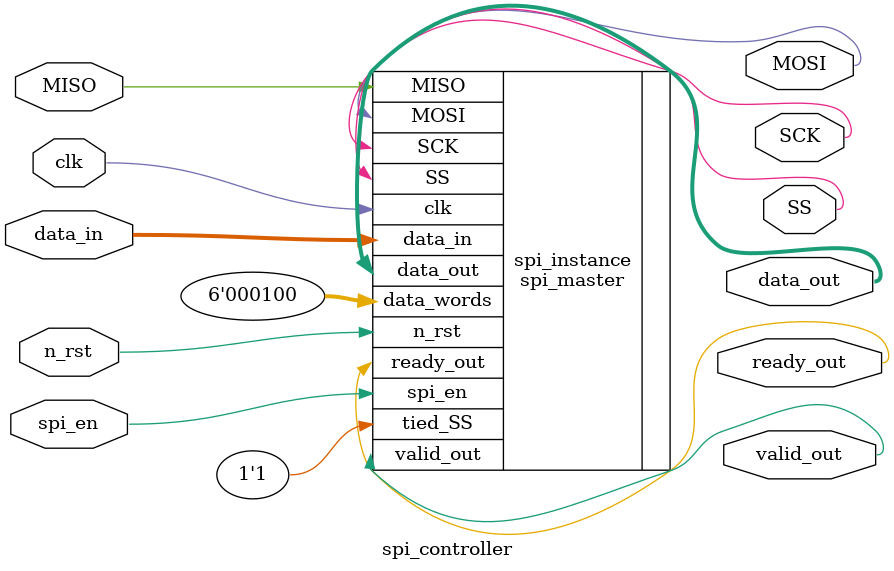
<source format=v>
module spi_controller #(parameter DATA_BITS=8) (
    input clk, n_rst, spi_en, MISO,
    input [DATA_BITS-1:0] data_in,
    output SCK, SS, MOSI, ready_out, valid_out,
    output [DATA_BITS-1:0] data_out
);

    spi_master spi_instance (
        .clk(clk),
        .n_rst(n_rst),
        .spi_en(spi_en),
        .tied_SS(1'b1),
        .MISO(MISO),
        .data_in(data_in),
        .data_words(6'b000100),
        .SCK(SCK),
        .SS(SS),
        .MOSI(MOSI),
        .ready_out(ready_out),
        .valid_out(valid_out),
        .data_out(data_out)
    );

endmodule

</source>
